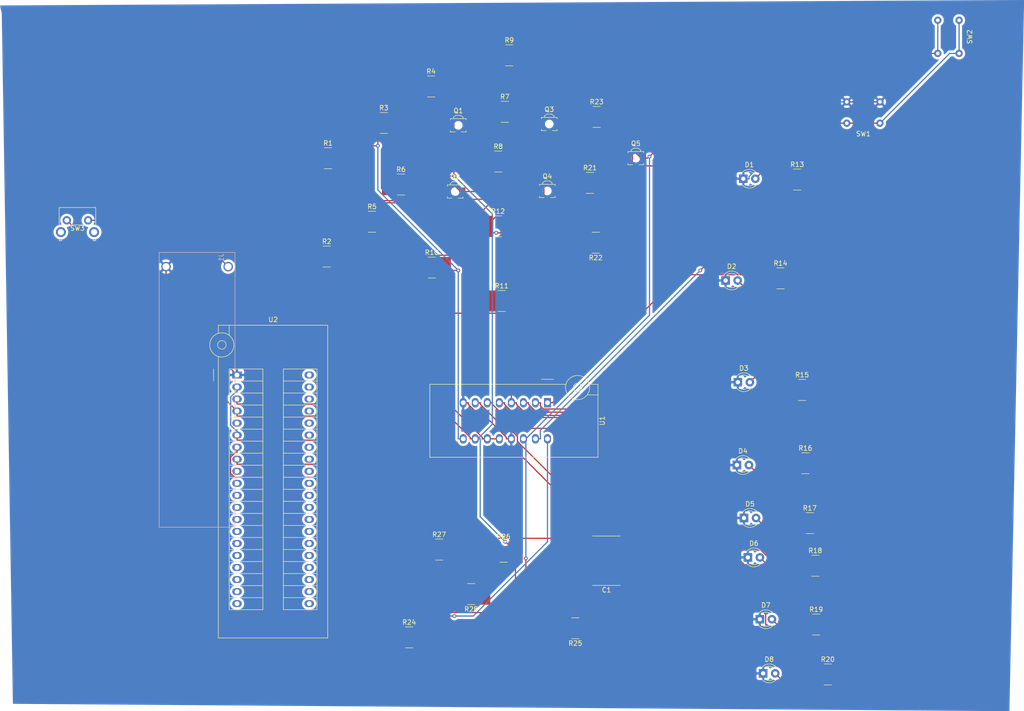
<source format=kicad_pcb>
(kicad_pcb (version 20171130) (host pcbnew 5.1.6-c6e7f7d~87~ubuntu18.04.1)
  (layers (0 F.Cu signal) (31 B.Cu signal) (34 B.Paste user) (35 F.Paste user) (36 B.SilkS user) (37 F.SilkS user) (38 B.Mask user) (39 F.Mask user) (44 Edge.Cuts user))
  (net 0 "")
  (net 1 GND)
  (net 2 "Net-(C1-Pad2)")
  (net 3 "Net-(D1-Pad2)")
  (net 4 "Net-(D2-Pad2)")
  (net 5 "Net-(D3-Pad2)")
  (net 6 "Net-(D4-Pad2)")
  (net 7 "Net-(D5-Pad2)")
  (net 8 "Net-(D6-Pad2)")
  (net 9 "Net-(D7-Pad2)")
  (net 10 "Net-(D8-Pad2)")
  (net 11 VCC)
  (net 12 "Net-(Q1-Pad1)")
  (net 13 "Net-(Q1-Pad2)")
  (net 14 "Net-(Q2-Pad2)")
  (net 15 "Net-(Q2-Pad1)")
  (net 16 "Net-(Q3-Pad1)")
  (net 17 "Net-(Q3-Pad2)")
  (net 18 "Net-(Q4-Pad2)")
  (net 19 "Net-(Q4-Pad1)")
  (net 20 "Net-(Q5-Pad1)")
  (net 21 /PULL_HIGH)
  (net 22 /XOR_INPUT_A)
  (net 23 /LED_E)
  (net 24 /LED_A)
  (net 25 /LED_B)
  (net 26 /LED_C)
  (net 27 /LED_D)
  (net 28 /LED_F)
  (net 29 /LED_G)
  (net 30 /LED_H)
  (net 31 "Net-(R24-Pad2)")
  (net 32 "Net-(R26-Pad1)")
  (net 33 "Net-(R27-Pad1)")
  (net 34 /555_OUTPUT)
  (net 35 "Net-(U2-Pad5)")
  (net 36 "Net-(J1-Pad1)")
  (module myfootprint:my_battery_holder (layer B.Cu) (at 66.975 69.425 90)
    (fp_text reference J1 (at 1.91 5.08 90) (layer B.SilkS) (effects (justify mirror)))
    (fp_text value Conn_01x02)
    (pad 2 thru_hole circle (at 0 -6.56 90) (size 2 2) (drill 1.45) (layers *.Cu *.Mask) (net 1 GND))
    (pad 1 thru_hole circle (at 0 6.56 90) (size 2 2) (drill 1.45) (layers *.Cu *.Mask) (net 36 "Net-(J1-Pad1)"))
  )
  (module LED_THT:LED_D3.0mm (layer F.Cu) (at 182.26 50.875)
    (fp_text reference D1 (at 1.27 -2.96) (layer F.SilkS))
    (fp_text value LED)
    (pad 1 thru_hole rect (at 0 0) (size 1.8 1.8) (drill 0.9) (layers *.Cu *.Mask) (net 1 GND))
    (pad 2 thru_hole circle (at 2.54 0) (size 1.8 1.8) (drill 0.9) (layers *.Cu *.Mask) (net 3 "Net-(D1-Pad2)"))
  )
  (module LED_THT:LED_D3.0mm (layer F.Cu) (at 178.525 72.35)
    (fp_text reference D2 (at 1.27 -2.96) (layer F.SilkS))
    (fp_text value LED)
    (pad 2 thru_hole circle (at 2.54 0) (size 1.8 1.8) (drill 0.9) (layers *.Cu *.Mask) (net 4 "Net-(D2-Pad2)"))
    (pad 1 thru_hole rect (at 0 0) (size 1.8 1.8) (drill 0.9) (layers *.Cu *.Mask) (net 1 GND))
  )
  (module LED_THT:LED_D3.0mm (layer F.Cu) (at 181.1 93.825)
    (fp_text reference D3 (at 1.27 -2.96) (layer F.SilkS))
    (fp_text value LED)
    (pad 2 thru_hole circle (at 2.54 0) (size 1.8 1.8) (drill 0.9) (layers *.Cu *.Mask) (net 5 "Net-(D3-Pad2)"))
    (pad 1 thru_hole rect (at 0 0) (size 1.8 1.8) (drill 0.9) (layers *.Cu *.Mask) (net 1 GND))
  )
  (module LED_THT:LED_D3.0mm (layer F.Cu) (at 180.91 111.3)
    (fp_text reference D4 (at 1.27 -2.96) (layer F.SilkS))
    (fp_text value LED)
    (pad 1 thru_hole rect (at 0 0) (size 1.8 1.8) (drill 0.9) (layers *.Cu *.Mask) (net 1 GND))
    (pad 2 thru_hole circle (at 2.54 0) (size 1.8 1.8) (drill 0.9) (layers *.Cu *.Mask) (net 6 "Net-(D4-Pad2)"))
  )
  (module LED_THT:LED_D3.0mm (layer F.Cu) (at 182.4 122.475)
    (fp_text reference D5 (at 1.27 -2.96) (layer F.SilkS))
    (fp_text value LED)
    (pad 2 thru_hole circle (at 2.54 0) (size 1.8 1.8) (drill 0.9) (layers *.Cu *.Mask) (net 7 "Net-(D5-Pad2)"))
    (pad 1 thru_hole rect (at 0 0) (size 1.8 1.8) (drill 0.9) (layers *.Cu *.Mask) (net 1 GND))
  )
  (module LED_THT:LED_D3.0mm (layer F.Cu) (at 183.225 130.8)
    (fp_text reference D6 (at 1.27 -2.96) (layer F.SilkS))
    (fp_text value LED)
    (pad 2 thru_hole circle (at 2.54 0) (size 1.8 1.8) (drill 0.9) (layers *.Cu *.Mask) (net 8 "Net-(D6-Pad2)"))
    (pad 1 thru_hole rect (at 0 0) (size 1.8 1.8) (drill 0.9) (layers *.Cu *.Mask) (net 1 GND))
  )
  (module LED_THT:LED_D3.0mm (layer F.Cu) (at 185.75 143.85)
    (fp_text reference D7 (at 1.27 -2.96) (layer F.SilkS))
    (fp_text value LED)
    (pad 1 thru_hole rect (at 0 0) (size 1.8 1.8) (drill 0.9) (layers *.Cu *.Mask) (net 1 GND))
    (pad 2 thru_hole circle (at 2.54 0) (size 1.8 1.8) (drill 0.9) (layers *.Cu *.Mask) (net 9 "Net-(D7-Pad2)"))
  )
  (module LED_THT:LED_D3.0mm (layer F.Cu) (at 186.45 155.275)
    (fp_text reference D8 (at 1.27 -2.96) (layer F.SilkS))
    (fp_text value LED)
    (pad 1 thru_hole rect (at 0 0) (size 1.8 1.8) (drill 0.9) (layers *.Cu *.Mask) (net 1 GND))
    (pad 2 thru_hole circle (at 2.54 0) (size 1.8 1.8) (drill 0.9) (layers *.Cu *.Mask) (net 10 "Net-(D8-Pad2)"))
  )
  (module Button_Switch_SMD:SW_SPST_B3U-3100P-B (layer F.Cu) (at 122.1 40.425)
    (fp_text reference Q1 (at 0 -3.9) (layer F.SilkS))
    (fp_text value Q_NPN_BCE)
    (pad 1 smd rect (at -1.7 -0.82) (size 0.9 1.7) (layers F.Cu F.Paste F.Mask) (net 12 "Net-(Q1-Pad1)"))
    (pad 2 smd rect (at 1.7 -0.82) (size 0.9 1.7) (layers F.Cu F.Paste F.Mask) (net 13 "Net-(Q1-Pad2)"))
    (pad "" np_thru_hole circle (at 0 -0.82) (size 0.8 0.8) (drill 0.8) (layers *.Cu *.Mask))
    (pad 3 smd rect (at 0 0.82) (size 0.8 1.1) (layers F.Cu F.Paste F.Mask) (net 1 GND))
  )
  (module Button_Switch_SMD:SW_SPST_B3U-3100P-B (layer F.Cu) (at 121.45 54.4)
    (fp_text reference Q2 (at 0 -3.9) (layer F.SilkS))
    (fp_text value Q_NPN_BCE)
    (pad 3 smd rect (at 0 0.82) (size 0.8 1.1) (layers F.Cu F.Paste F.Mask) (net 1 GND))
    (pad "" np_thru_hole circle (at 0 -0.82) (size 0.8 0.8) (drill 0.8) (layers *.Cu *.Mask))
    (pad 2 smd rect (at 1.7 -0.82) (size 0.9 1.7) (layers F.Cu F.Paste F.Mask) (net 14 "Net-(Q2-Pad2)"))
    (pad 1 smd rect (at -1.7 -0.82) (size 0.9 1.7) (layers F.Cu F.Paste F.Mask) (net 15 "Net-(Q2-Pad1)"))
  )
  (module Button_Switch_SMD:SW_SPST_B3U-3100P-B (layer F.Cu) (at 141.3 40.15)
    (fp_text reference Q3 (at 0 -3.9) (layer F.SilkS))
    (fp_text value Q_NPN_BCE)
    (pad 1 smd rect (at -1.7 -0.82) (size 0.9 1.7) (layers F.Cu F.Paste F.Mask) (net 16 "Net-(Q3-Pad1)"))
    (pad 2 smd rect (at 1.7 -0.82) (size 0.9 1.7) (layers F.Cu F.Paste F.Mask) (net 17 "Net-(Q3-Pad2)"))
    (pad "" np_thru_hole circle (at 0 -0.82) (size 0.8 0.8) (drill 0.8) (layers *.Cu *.Mask))
    (pad 3 smd rect (at 0 0.82) (size 0.8 1.1) (layers F.Cu F.Paste F.Mask) (net 1 GND))
  )
  (module Button_Switch_SMD:SW_SPST_B3U-3100P-B (layer F.Cu) (at 140.9 54.275)
    (fp_text reference Q4 (at 0 -3.9) (layer F.SilkS))
    (fp_text value Q_NPN_BCE)
    (pad 3 smd rect (at 0 0.82) (size 0.8 1.1) (layers F.Cu F.Paste F.Mask) (net 1 GND))
    (pad "" np_thru_hole circle (at 0 -0.82) (size 0.8 0.8) (drill 0.8) (layers *.Cu *.Mask))
    (pad 2 smd rect (at 1.7 -0.82) (size 0.9 1.7) (layers F.Cu F.Paste F.Mask) (net 18 "Net-(Q4-Pad2)"))
    (pad 1 smd rect (at -1.7 -0.82) (size 0.9 1.7) (layers F.Cu F.Paste F.Mask) (net 19 "Net-(Q4-Pad1)"))
  )
  (module Button_Switch_SMD:SW_SPST_B3U-3100P-B (layer F.Cu) (at 159.575 47.35)
    (fp_text reference Q5 (at 0 -3.9) (layer F.SilkS))
    (fp_text value Q_NPN_BCE)
    (pad 1 smd rect (at -1.7 -0.82) (size 0.9 1.7) (layers F.Cu F.Paste F.Mask) (net 20 "Net-(Q5-Pad1)"))
    (pad 2 smd rect (at 1.7 -0.82) (size 0.9 1.7) (layers F.Cu F.Paste F.Mask) (net 21 /PULL_HIGH))
    (pad "" np_thru_hole circle (at 0 -0.82) (size 0.8 0.8) (drill 0.8) (layers *.Cu *.Mask))
    (pad 3 smd rect (at 0 0.82) (size 0.8 1.1) (layers F.Cu F.Paste F.Mask) (net 1 GND))
  )
  (module Resistor_SMD:R_2816_7142Metric (layer F.Cu) (at 94.6125 46.55)
    (fp_text reference R1 (at 0 -3.18) (layer F.SilkS))
    (fp_text value 10k)
    (pad 1 smd roundrect (at -2.5125 0) (size 3.025 4.45) (layers F.Cu F.Paste F.Mask) (roundrect_rratio 0.082645) (net 22 /XOR_INPUT_A))
    (pad 2 smd roundrect (at 2.5125 0) (size 3.025 4.45) (layers F.Cu F.Paste F.Mask) (roundrect_rratio 0.082645) (net 1 GND))
  )
  (module Resistor_SMD:R_2816_7142Metric (layer F.Cu) (at 94.3375 67.3)
    (fp_text reference R2 (at 0 -3.18) (layer F.SilkS))
    (fp_text value 10k)
    (pad 2 smd roundrect (at 2.5125 0) (size 3.025 4.45) (layers F.Cu F.Paste F.Mask) (roundrect_rratio 0.082645) (net 1 GND))
    (pad 1 smd roundrect (at -2.5125 0) (size 3.025 4.45) (layers F.Cu F.Paste F.Mask) (roundrect_rratio 0.082645) (net 23 /LED_E))
  )
  (module Resistor_SMD:R_2816_7142Metric (layer F.Cu) (at 106.388 39.1)
    (fp_text reference R3 (at 0 -3.18) (layer F.SilkS))
    (fp_text value 10k)
    (pad 2 smd roundrect (at 2.5125 0) (size 3.025 4.45) (layers F.Cu F.Paste F.Mask) (roundrect_rratio 0.082645) (net 22 /XOR_INPUT_A))
    (pad 1 smd roundrect (at -2.5125 0) (size 3.025 4.45) (layers F.Cu F.Paste F.Mask) (roundrect_rratio 0.082645) (net 12 "Net-(Q1-Pad1)"))
  )
  (module Resistor_SMD:R_2816_7142Metric (layer F.Cu) (at 116.362 31.4)
    (fp_text reference R4 (at 0 -3.18) (layer F.SilkS))
    (fp_text value 4.7k)
    (pad 1 smd roundrect (at -2.5125 0) (size 3.025 4.45) (layers F.Cu F.Paste F.Mask) (roundrect_rratio 0.082645) (net 13 "Net-(Q1-Pad2)"))
    (pad 2 smd roundrect (at 2.5125 0) (size 3.025 4.45) (layers F.Cu F.Paste F.Mask) (roundrect_rratio 0.082645) (net 11 VCC))
  )
  (module Resistor_SMD:R_2816_7142Metric (layer F.Cu) (at 103.9 59.95)
    (fp_text reference R5 (at 0 -3.18) (layer F.SilkS))
    (fp_text value 10k)
    (pad 1 smd roundrect (at -2.5125 0) (size 3.025 4.45) (layers F.Cu F.Paste F.Mask) (roundrect_rratio 0.082645) (net 15 "Net-(Q2-Pad1)"))
    (pad 2 smd roundrect (at 2.5125 0) (size 3.025 4.45) (layers F.Cu F.Paste F.Mask) (roundrect_rratio 0.082645) (net 23 /LED_E))
  )
  (module Resistor_SMD:R_2816_7142Metric (layer F.Cu) (at 110.012 52.1)
    (fp_text reference R6 (at 0 -3.18) (layer F.SilkS))
    (fp_text value 4.7k)
    (pad 2 smd roundrect (at 2.5125 0) (size 3.025 4.45) (layers F.Cu F.Paste F.Mask) (roundrect_rratio 0.082645) (net 11 VCC))
    (pad 1 smd roundrect (at -2.5125 0) (size 3.025 4.45) (layers F.Cu F.Paste F.Mask) (roundrect_rratio 0.082645) (net 14 "Net-(Q2-Pad2)"))
  )
  (module Resistor_SMD:R_2816_7142Metric (layer F.Cu) (at 131.938 36.75)
    (fp_text reference R7 (at 0 -3.18) (layer F.SilkS))
    (fp_text value 10k)
    (pad 1 smd roundrect (at -2.5125 0) (size 3.025 4.45) (layers F.Cu F.Paste F.Mask) (roundrect_rratio 0.082645) (net 16 "Net-(Q3-Pad1)"))
    (pad 2 smd roundrect (at 2.5125 0) (size 3.025 4.45) (layers F.Cu F.Paste F.Mask) (roundrect_rratio 0.082645) (net 13 "Net-(Q1-Pad2)"))
  )
  (module Resistor_SMD:R_2816_7142Metric (layer F.Cu) (at 130.538 47.25)
    (fp_text reference R8 (at 0 -3.18) (layer F.SilkS))
    (fp_text value 10k)
    (pad 2 smd roundrect (at 2.5125 0) (size 3.025 4.45) (layers F.Cu F.Paste F.Mask) (roundrect_rratio 0.082645) (net 14 "Net-(Q2-Pad2)"))
    (pad 1 smd roundrect (at -2.5125 0) (size 3.025 4.45) (layers F.Cu F.Paste F.Mask) (roundrect_rratio 0.082645) (net 16 "Net-(Q3-Pad1)"))
  )
  (module Resistor_SMD:R_2816_7142Metric (layer F.Cu) (at 132.862 24.825)
    (fp_text reference R9 (at 0 -3.18) (layer F.SilkS))
    (fp_text value 4.7k)
    (pad 2 smd roundrect (at 2.5125 0) (size 3.025 4.45) (layers F.Cu F.Paste F.Mask) (roundrect_rratio 0.082645) (net 11 VCC))
    (pad 1 smd roundrect (at -2.5125 0) (size 3.025 4.45) (layers F.Cu F.Paste F.Mask) (roundrect_rratio 0.082645) (net 17 "Net-(Q3-Pad2)"))
  )
  (module Resistor_SMD:R_2816_7142Metric (layer F.Cu) (at 116.512 69.625)
    (fp_text reference R10 (at 0 -3.18) (layer F.SilkS))
    (fp_text value 10k)
    (pad 2 smd roundrect (at 2.5125 0) (size 3.025 4.45) (layers F.Cu F.Paste F.Mask) (roundrect_rratio 0.082645) (net 22 /XOR_INPUT_A))
    (pad 1 smd roundrect (at -2.5125 0) (size 3.025 4.45) (layers F.Cu F.Paste F.Mask) (roundrect_rratio 0.082645) (net 19 "Net-(Q4-Pad1)"))
  )
  (module Resistor_SMD:R_2816_7142Metric (layer F.Cu) (at 131.262 76.675)
    (fp_text reference R11 (at 0 -3.18) (layer F.SilkS))
    (fp_text value 10k)
    (pad 1 smd roundrect (at -2.5125 0) (size 3.025 4.45) (layers F.Cu F.Paste F.Mask) (roundrect_rratio 0.082645) (net 19 "Net-(Q4-Pad1)"))
    (pad 2 smd roundrect (at 2.5125 0) (size 3.025 4.45) (layers F.Cu F.Paste F.Mask) (roundrect_rratio 0.082645) (net 23 /LED_E))
  )
  (module Resistor_SMD:R_2816_7142Metric (layer F.Cu) (at 130.488 60.925)
    (fp_text reference R12 (at 0 -3.18) (layer F.SilkS))
    (fp_text value 4.7k)
    (pad 1 smd roundrect (at -2.5125 0) (size 3.025 4.45) (layers F.Cu F.Paste F.Mask) (roundrect_rratio 0.082645) (net 18 "Net-(Q4-Pad2)"))
    (pad 2 smd roundrect (at 2.5125 0) (size 3.025 4.45) (layers F.Cu F.Paste F.Mask) (roundrect_rratio 0.082645) (net 11 VCC))
  )
  (module Resistor_SMD:R_2816_7142Metric (layer F.Cu) (at 193.638 51.05)
    (fp_text reference R13 (at 0 -3.18) (layer F.SilkS))
    (fp_text value R)
    (pad 2 smd roundrect (at 2.5125 0) (size 3.025 4.45) (layers F.Cu F.Paste F.Mask) (roundrect_rratio 0.082645) (net 3 "Net-(D1-Pad2)"))
    (pad 1 smd roundrect (at -2.5125 0) (size 3.025 4.45) (layers F.Cu F.Paste F.Mask) (roundrect_rratio 0.082645) (net 24 /LED_A))
  )
  (module Resistor_SMD:R_2816_7142Metric (layer F.Cu) (at 190.112 71.9)
    (fp_text reference R14 (at 0 -3.18) (layer F.SilkS))
    (fp_text value R)
    (pad 1 smd roundrect (at -2.5125 0) (size 3.025 4.45) (layers F.Cu F.Paste F.Mask) (roundrect_rratio 0.082645) (net 25 /LED_B))
    (pad 2 smd roundrect (at 2.5125 0) (size 3.025 4.45) (layers F.Cu F.Paste F.Mask) (roundrect_rratio 0.082645) (net 4 "Net-(D2-Pad2)"))
  )
  (module Resistor_SMD:R_2816_7142Metric (layer F.Cu) (at 194.662 95.45)
    (fp_text reference R15 (at 0 -3.18) (layer F.SilkS))
    (fp_text value R)
    (pad 2 smd roundrect (at 2.5125 0) (size 3.025 4.45) (layers F.Cu F.Paste F.Mask) (roundrect_rratio 0.082645) (net 5 "Net-(D3-Pad2)"))
    (pad 1 smd roundrect (at -2.5125 0) (size 3.025 4.45) (layers F.Cu F.Paste F.Mask) (roundrect_rratio 0.082645) (net 26 /LED_C))
  )
  (module Resistor_SMD:R_2816_7142Metric (layer F.Cu) (at 195.362 110.925)
    (fp_text reference R16 (at 0 -3.18) (layer F.SilkS))
    (fp_text value R)
    (pad 1 smd roundrect (at -2.5125 0) (size 3.025 4.45) (layers F.Cu F.Paste F.Mask) (roundrect_rratio 0.082645) (net 27 /LED_D))
    (pad 2 smd roundrect (at 2.5125 0) (size 3.025 4.45) (layers F.Cu F.Paste F.Mask) (roundrect_rratio 0.082645) (net 6 "Net-(D4-Pad2)"))
  )
  (module Resistor_SMD:R_2816_7142Metric (layer F.Cu) (at 196.288 123.575)
    (fp_text reference R17 (at 0 -3.18) (layer F.SilkS))
    (fp_text value R)
    (pad 2 smd roundrect (at 2.5125 0) (size 3.025 4.45) (layers F.Cu F.Paste F.Mask) (roundrect_rratio 0.082645) (net 7 "Net-(D5-Pad2)"))
    (pad 1 smd roundrect (at -2.5125 0) (size 3.025 4.45) (layers F.Cu F.Paste F.Mask) (roundrect_rratio 0.082645) (net 23 /LED_E))
  )
  (module Resistor_SMD:R_2816_7142Metric (layer F.Cu) (at 197.45 132.55)
    (fp_text reference R18 (at 0 -3.18) (layer F.SilkS))
    (fp_text value R)
    (pad 1 smd roundrect (at -2.5125 0) (size 3.025 4.45) (layers F.Cu F.Paste F.Mask) (roundrect_rratio 0.082645) (net 28 /LED_F))
    (pad 2 smd roundrect (at 2.5125 0) (size 3.025 4.45) (layers F.Cu F.Paste F.Mask) (roundrect_rratio 0.082645) (net 8 "Net-(D6-Pad2)"))
  )
  (module Resistor_SMD:R_2816_7142Metric (layer F.Cu) (at 197.638 144.975)
    (fp_text reference R19 (at 0 -3.18) (layer F.SilkS))
    (fp_text value R)
    (pad 2 smd roundrect (at 2.5125 0) (size 3.025 4.45) (layers F.Cu F.Paste F.Mask) (roundrect_rratio 0.082645) (net 9 "Net-(D7-Pad2)"))
    (pad 1 smd roundrect (at -2.5125 0) (size 3.025 4.45) (layers F.Cu F.Paste F.Mask) (roundrect_rratio 0.082645) (net 29 /LED_G))
  )
  (module Resistor_SMD:R_2816_7142Metric (layer F.Cu) (at 200.088 155.5)
    (fp_text reference R20 (at 0 -3.18) (layer F.SilkS))
    (fp_text value R)
    (pad 1 smd roundrect (at -2.5125 0) (size 3.025 4.45) (layers F.Cu F.Paste F.Mask) (roundrect_rratio 0.082645) (net 30 /LED_H))
    (pad 2 smd roundrect (at 2.5125 0) (size 3.025 4.45) (layers F.Cu F.Paste F.Mask) (roundrect_rratio 0.082645) (net 10 "Net-(D8-Pad2)"))
  )
  (module Resistor_SMD:R_2816_7142Metric (layer F.Cu) (at 149.912 51.75)
    (fp_text reference R21 (at 0 -3.18) (layer F.SilkS))
    (fp_text value 10k)
    (pad 1 smd roundrect (at -2.5125 0) (size 3.025 4.45) (layers F.Cu F.Paste F.Mask) (roundrect_rratio 0.082645) (net 20 "Net-(Q5-Pad1)"))
    (pad 2 smd roundrect (at 2.5125 0) (size 3.025 4.45) (layers F.Cu F.Paste F.Mask) (roundrect_rratio 0.082645) (net 17 "Net-(Q3-Pad2)"))
  )
  (module Resistor_SMD:R_2816_7142Metric (layer F.Cu) (at 151.112 64.375 180)
    (fp_text reference R22 (at 0 -3.18) (layer F.SilkS))
    (fp_text value 10k)
    (pad 1 smd roundrect (at -2.5125 0 180) (size 3.025 4.45) (layers F.Cu F.Paste F.Mask) (roundrect_rratio 0.082645) (net 20 "Net-(Q5-Pad1)"))
    (pad 2 smd roundrect (at 2.5125 0 180) (size 3.025 4.45) (layers F.Cu F.Paste F.Mask) (roundrect_rratio 0.082645) (net 18 "Net-(Q4-Pad2)"))
  )
  (module Resistor_SMD:R_2816_7142Metric (layer F.Cu) (at 151.312 37.825)
    (fp_text reference R23 (at 0 -3.18) (layer F.SilkS))
    (fp_text value 4.7k)
    (pad 2 smd roundrect (at 2.5125 0) (size 3.025 4.45) (layers F.Cu F.Paste F.Mask) (roundrect_rratio 0.082645) (net 11 VCC))
    (pad 1 smd roundrect (at -2.5125 0) (size 3.025 4.45) (layers F.Cu F.Paste F.Mask) (roundrect_rratio 0.082645) (net 21 /PULL_HIGH))
  )
  (module Resistor_SMD:R_2816_7142Metric (layer F.Cu) (at 111.738 147.675)
    (fp_text reference R24 (at 0 -3.18) (layer F.SilkS))
    (fp_text value 470)
    (pad 1 smd roundrect (at -2.5125 0) (size 3.025 4.45) (layers F.Cu F.Paste F.Mask) (roundrect_rratio 0.082645) (net 11 VCC))
    (pad 2 smd roundrect (at 2.5125 0) (size 3.025 4.45) (layers F.Cu F.Paste F.Mask) (roundrect_rratio 0.082645) (net 31 "Net-(R24-Pad2)"))
  )
  (module Resistor_SMD:R_2816_7142Metric (layer F.Cu) (at 146.812 145.75 180)
    (fp_text reference R25 (at 0 -3.18) (layer F.SilkS))
    (fp_text value 10k)
    (pad 2 smd roundrect (at 2.5125 0 180) (size 3.025 4.45) (layers F.Cu F.Paste F.Mask) (roundrect_rratio 0.082645) (net 21 /PULL_HIGH))
    (pad 1 smd roundrect (at -2.5125 0 180) (size 3.025 4.45) (layers F.Cu F.Paste F.Mask) (roundrect_rratio 0.082645) (net 1 GND))
  )
  (module Resistor_SMD:R_2816_7142Metric (layer F.Cu) (at 131.662 129.6)
    (fp_text reference R26 (at 0 -3.18) (layer F.SilkS))
    (fp_text value 470)
    (pad 2 smd roundrect (at 2.5125 0) (size 3.025 4.45) (layers F.Cu F.Paste F.Mask) (roundrect_rratio 0.082645) (net 11 VCC))
    (pad 1 smd roundrect (at -2.5125 0) (size 3.025 4.45) (layers F.Cu F.Paste F.Mask) (roundrect_rratio 0.082645) (net 32 "Net-(R26-Pad1)"))
  )
  (module Resistor_SMD:R_2816_7142Metric (layer F.Cu) (at 118.062 129.15)
    (fp_text reference R27 (at 0 -3.18) (layer F.SilkS))
    (fp_text value 10k)
    (pad 1 smd roundrect (at -2.5125 0) (size 3.025 4.45) (layers F.Cu F.Paste F.Mask) (roundrect_rratio 0.082645) (net 33 "Net-(R27-Pad1)"))
    (pad 2 smd roundrect (at 2.5125 0) (size 3.025 4.45) (layers F.Cu F.Paste F.Mask) (roundrect_rratio 0.082645) (net 2 "Net-(C1-Pad2)"))
  )
  (module Resistor_SMD:R_2816_7142Metric (layer F.Cu) (at 124.838 138.55 180)
    (fp_text reference R28 (at 0 -3.18) (layer F.SilkS))
    (fp_text value 10k)
    (pad 2 smd roundrect (at 2.5125 0 180) (size 3.025 4.45) (layers F.Cu F.Paste F.Mask) (roundrect_rratio 0.082645) (net 33 "Net-(R27-Pad1)"))
    (pad 1 smd roundrect (at -2.5125 0 180) (size 3.025 4.45) (layers F.Cu F.Paste F.Mask) (roundrect_rratio 0.082645) (net 32 "Net-(R26-Pad1)"))
  )
  (module myfootprint:myswitch (layer F.Cu) (at 207.6 36.9)
    (fp_text reference SW1 (at 0 4.5) (layer F.SilkS))
    (fp_text value SW_Push)
    (pad 1 thru_hole circle (at -3.5 -2.25) (size 1.524 1.524) (drill 0.762) (layers *.Cu *.Mask) (net 1 GND))
    (pad 1 thru_hole circle (at 3.5 -2.25) (size 1.524 1.524) (drill 0.762) (layers *.Cu *.Mask) (net 1 GND))
    (pad 2 thru_hole circle (at 3.5 2.25) (size 1.524 1.524) (drill 0.762) (layers *.Cu *.Mask) (net 21 /PULL_HIGH))
    (pad 2 thru_hole circle (at -3.5 2.25) (size 1.524 1.524) (drill 0.762) (layers *.Cu *.Mask) (net 21 /PULL_HIGH))
  )
  (module myfootprint:myswitch (layer F.Cu) (at 225.55 20.925 90)
    (fp_text reference SW2 (at 0 4.5 90) (layer F.SilkS))
    (fp_text value SW_Push)
    (pad 2 thru_hole circle (at -3.5 2.25 90) (size 1.524 1.524) (drill 0.762) (layers *.Cu *.Mask) (net 21 /PULL_HIGH))
    (pad 2 thru_hole circle (at 3.5 2.25 90) (size 1.524 1.524) (drill 0.762) (layers *.Cu *.Mask) (net 21 /PULL_HIGH))
    (pad 1 thru_hole circle (at 3.5 -2.25 90) (size 1.524 1.524) (drill 0.762) (layers *.Cu *.Mask) (net 11 VCC))
    (pad 1 thru_hole circle (at -3.5 -2.25 90) (size 1.524 1.524) (drill 0.762) (layers *.Cu *.Mask) (net 11 VCC))
  )
  (module Socket:DIP_Socket-16_W4.3_W5.08_W7.62_W10.16_W10.9_3M_216-3340-00-0602J (layer F.Cu) (at 140.925 98.15 270)
    (fp_text reference U1 (at 3.81 -11.56 90) (layer F.SilkS))
    (fp_text value my_595_shift)
    (pad 1 thru_hole rect (at 0 0 270) (size 2 1.44) (drill 1) (layers *.Cu *.Mask) (net 25 /LED_B))
    (pad 16 thru_hole oval (at 7.62 0 270) (size 2 1.44) (drill 1) (layers *.Cu *.Mask) (net 31 "Net-(R24-Pad2)"))
    (pad 2 thru_hole oval (at 0 2.54 270) (size 2 1.44) (drill 1) (layers *.Cu *.Mask) (net 26 /LED_C))
    (pad 15 thru_hole oval (at 7.62 2.54 270) (size 2 1.44) (drill 1) (layers *.Cu *.Mask) (net 24 /LED_A))
    (pad 3 thru_hole oval (at 0 5.08 270) (size 2 1.44) (drill 1) (layers *.Cu *.Mask) (net 27 /LED_D))
    (pad 14 thru_hole oval (at 7.62 5.08 270) (size 2 1.44) (drill 1) (layers *.Cu *.Mask) (net 21 /PULL_HIGH))
    (pad 4 thru_hole oval (at 0 7.62 270) (size 2 1.44) (drill 1) (layers *.Cu *.Mask) (net 23 /LED_E))
    (pad 13 thru_hole oval (at 7.62 7.62 270) (size 2 1.44) (drill 1) (layers *.Cu *.Mask) (net 1 GND))
    (pad 5 thru_hole oval (at 0 10.16 270) (size 2 1.44) (drill 1) (layers *.Cu *.Mask) (net 28 /LED_F))
    (pad 12 thru_hole oval (at 7.62 10.16 270) (size 2 1.44) (drill 1) (layers *.Cu *.Mask) (net 34 /555_OUTPUT))
    (pad 6 thru_hole oval (at 0 12.7 270) (size 2 1.44) (drill 1) (layers *.Cu *.Mask) (net 29 /LED_G))
    (pad 11 thru_hole oval (at 7.62 12.7 270) (size 2 1.44) (drill 1) (layers *.Cu *.Mask) (net 34 /555_OUTPUT))
    (pad 7 thru_hole oval (at 0 15.24 270) (size 2 1.44) (drill 1) (layers *.Cu *.Mask) (net 30 /LED_H))
    (pad 10 thru_hole oval (at 7.62 15.24 270) (size 2 1.44) (drill 1) (layers *.Cu *.Mask) (net 11 VCC))
    (pad 8 thru_hole oval (at 0 17.78 270) (size 2 1.44) (drill 1) (layers *.Cu *.Mask) (net 1 GND))
    (pad 9 thru_hole oval (at 7.62 17.78 270) (size 2 1.44) (drill 1) (layers *.Cu *.Mask) (net 22 /XOR_INPUT_A))
  )
  (module Socket:3M_Textool_240-1288-00-0602J_2x20_P2.54mm (layer F.Cu) (at 75.4 92.3)
    (fp_text reference U2 (at 7.62 -11.68) (layer F.SilkS))
    (fp_text value my555)
    (pad 1 thru_hole rect (at 0 0) (size 2 1.44) (drill 1) (layers *.Cu *.Mask) (net 1 GND))
    (pad 21 thru_hole oval (at 15.24 48.26) (size 2 1.44) (drill 1) (layers *.Cu *.Mask))
    (pad 2 thru_hole oval (at 0 2.54) (size 2 1.44) (drill 1) (layers *.Cu *.Mask) (net 2 "Net-(C1-Pad2)"))
    (pad 22 thru_hole oval (at 15.24 45.72) (size 2 1.44) (drill 1) (layers *.Cu *.Mask))
    (pad 3 thru_hole oval (at 0 5.08) (size 2 1.44) (drill 1) (layers *.Cu *.Mask) (net 34 /555_OUTPUT))
    (pad 23 thru_hole oval (at 15.24 43.18) (size 2 1.44) (drill 1) (layers *.Cu *.Mask))
    (pad 4 thru_hole oval (at 0 7.62) (size 2 1.44) (drill 1) (layers *.Cu *.Mask) (net 11 VCC))
    (pad 24 thru_hole oval (at 15.24 40.64) (size 2 1.44) (drill 1) (layers *.Cu *.Mask))
    (pad 5 thru_hole oval (at 0 10.16) (size 2 1.44) (drill 1) (layers *.Cu *.Mask) (net 35 "Net-(U2-Pad5)"))
    (pad 25 thru_hole oval (at 15.24 38.1) (size 2 1.44) (drill 1) (layers *.Cu *.Mask))
    (pad 6 thru_hole oval (at 0 12.7) (size 2 1.44) (drill 1) (layers *.Cu *.Mask) (net 2 "Net-(C1-Pad2)"))
    (pad 26 thru_hole oval (at 15.24 35.56) (size 2 1.44) (drill 1) (layers *.Cu *.Mask))
    (pad 7 thru_hole oval (at 0 15.24) (size 2 1.44) (drill 1) (layers *.Cu *.Mask) (net 33 "Net-(R27-Pad1)"))
    (pad 27 thru_hole oval (at 15.24 33.02) (size 2 1.44) (drill 1) (layers *.Cu *.Mask))
    (pad 8 thru_hole oval (at 0 17.78) (size 2 1.44) (drill 1) (layers *.Cu *.Mask) (net 32 "Net-(R26-Pad1)"))
    (pad 28 thru_hole oval (at 15.24 30.48) (size 2 1.44) (drill 1) (layers *.Cu *.Mask))
    (pad 9 thru_hole oval (at 0 20.32) (size 2 1.44) (drill 1) (layers *.Cu *.Mask))
    (pad 29 thru_hole oval (at 15.24 27.94) (size 2 1.44) (drill 1) (layers *.Cu *.Mask))
    (pad 10 thru_hole oval (at 0 22.86) (size 2 1.44) (drill 1) (layers *.Cu *.Mask))
    (pad 30 thru_hole oval (at 15.24 25.4) (size 2 1.44) (drill 1) (layers *.Cu *.Mask))
    (pad 11 thru_hole oval (at 0 25.4) (size 2 1.44) (drill 1) (layers *.Cu *.Mask))
    (pad 31 thru_hole oval (at 15.24 22.86) (size 2 1.44) (drill 1) (layers *.Cu *.Mask))
    (pad 12 thru_hole oval (at 0 27.94) (size 2 1.44) (drill 1) (layers *.Cu *.Mask))
    (pad 32 thru_hole oval (at 15.24 20.32) (size 2 1.44) (drill 1) (layers *.Cu *.Mask))
    (pad 13 thru_hole oval (at 0 30.48) (size 2 1.44) (drill 1) (layers *.Cu *.Mask))
    (pad 33 thru_hole oval (at 15.24 17.78) (size 2 1.44) (drill 1) (layers *.Cu *.Mask))
    (pad 14 thru_hole oval (at 0 33.02) (size 2 1.44) (drill 1) (layers *.Cu *.Mask))
    (pad 34 thru_hole oval (at 15.24 15.24) (size 2 1.44) (drill 1) (layers *.Cu *.Mask))
    (pad 15 thru_hole oval (at 0 35.56) (size 2 1.44) (drill 1) (layers *.Cu *.Mask))
    (pad 35 thru_hole oval (at 15.24 12.7) (size 2 1.44) (drill 1) (layers *.Cu *.Mask))
    (pad 16 thru_hole oval (at 0 38.1) (size 2 1.44) (drill 1) (layers *.Cu *.Mask))
    (pad 36 thru_hole oval (at 15.24 10.16) (size 2 1.44) (drill 1) (layers *.Cu *.Mask))
    (pad 17 thru_hole oval (at 0 40.64) (size 2 1.44) (drill 1) (layers *.Cu *.Mask))
    (pad 37 thru_hole oval (at 15.24 7.62) (size 2 1.44) (drill 1) (layers *.Cu *.Mask))
    (pad 18 thru_hole oval (at 0 43.18) (size 2 1.44) (drill 1) (layers *.Cu *.Mask))
    (pad 38 thru_hole oval (at 15.24 5.08) (size 2 1.44) (drill 1) (layers *.Cu *.Mask))
    (pad 19 thru_hole oval (at 0 45.72) (size 2 1.44) (drill 1) (layers *.Cu *.Mask))
    (pad 39 thru_hole oval (at 15.24 2.54) (size 2 1.44) (drill 1) (layers *.Cu *.Mask))
    (pad 20 thru_hole oval (at 0 48.26) (size 2 1.44) (drill 1) (layers *.Cu *.Mask))
    (pad 40 thru_hole oval (at 15.24 0) (size 2 1.44) (drill 1) (layers *.Cu *.Mask))
  )
  (module Capacitor_SMD:C_3640_9110Metric_Pad2.10x10.45mm_HandSolder (layer F.Cu) (at 153.375 131.5 180)
    (fp_text reference C1 (at 0 -6.18) (layer F.SilkS))
    (fp_text value 22uF)
    (pad 1 smd roundrect (at -4.175 0 180) (size 2.1 10.45) (layers F.Cu F.Paste F.Mask) (roundrect_rratio 0.119048) (net 1 GND))
    (pad 2 smd roundrect (at 4.175 0 180) (size 2.1 10.45) (layers F.Cu F.Paste F.Mask) (roundrect_rratio 0.119048) (net 2 "Net-(C1-Pad2)"))
  )
  (module Button_Switch_THT:SW_Tactile_SPST_Angled_PTS645Vx83-2LFS (layer F.Cu) (at 39.475 59.65)
    (fp_text reference SW3 (at 2.25 1.68) (layer F.SilkS))
    (fp_text value SW_Push)
    (pad "" thru_hole circle (at 5.76 2.49) (size 2.1 2.1) (drill 1.3) (layers *.Cu *.Mask))
    (pad 2 thru_hole circle (at 4.5 0) (size 1.75 1.75) (drill 0.99) (layers *.Cu *.Mask) (net 36 "Net-(J1-Pad1)"))
    (pad 1 thru_hole circle (at 0 0) (size 1.75 1.75) (drill 0.99) (layers *.Cu *.Mask) (net 11 VCC))
    (pad "" thru_hole circle (at -1.25 2.49) (size 2.1 2.1) (drill 1.3) (layers *.Cu *.Mask))
  )
  (segment (start 159.575 48.17) (end 158.8497 48.17) (width 0.25) (layer F.Cu) (net 1))
  (segment (start 158.8497 48.17) (end 158.8497 45.7196) (width 0.25) (layer F.Cu) (net 1))
  (segment (start 158.8497 45.7196) (end 158.4847 45.3546) (width 0.25) (layer F.Cu) (net 1))
  (segment (start 158.4847 45.3546) (end 157.2727 45.3546) (width 0.25) (layer F.Cu) (net 1))
  (segment (start 157.2727 45.3546) (end 154.8272 47.8001) (width 0.25) (layer F.Cu) (net 1))
  (segment (start 154.8272 47.8001) (end 154.8272 53.4006) (width 0.25) (layer F.Cu) (net 1))
  (segment (start 154.8272 53.4006) (end 153.9211 54.3067) (width 0.25) (layer F.Cu) (net 1))
  (segment (start 153.9211 54.3067) (end 150.8833 54.3067) (width 0.25) (layer F.Cu) (net 1))
  (segment (start 150.8833 54.3067) (end 149.2931 52.7165) (width 0.25) (layer F.Cu) (net 1))
  (segment (start 149.2931 52.7165) (end 149.2931 49.5508) (width 0.25) (layer F.Cu) (net 1))
  (segment (start 149.2931 49.5508) (end 148.9078 49.1655) (width 0.25) (layer F.Cu) (net 1))
  (segment (start 148.9078 49.1655) (end 143.6246 49.1655) (width 0.25) (layer F.Cu) (net 1))
  (segment (start 143.6246 49.1655) (end 140.1747 52.6154) (width 0.25) (layer F.Cu) (net 1))
  (segment (start 181.0347 50.875) (end 178.3297 48.17) (width 0.25) (layer F.Cu) (net 1))
  (segment (start 178.3297 48.17) (end 159.575 48.17) (width 0.25) (layer F.Cu) (net 1))
  (segment (start 140.1747 52.6154) (end 140.1747 55.095) (width 0.25) (layer F.Cu) (net 1))
  (segment (start 134.9318 49.4467) (end 137.006 49.4467) (width 0.25) (layer F.Cu) (net 1))
  (segment (start 137.006 49.4467) (end 140.1747 52.6154) (width 0.25) (layer F.Cu) (net 1))
  (segment (start 134.9318 49.4467) (end 132.0989 52.2796) (width 0.25) (layer F.Cu) (net 1))
  (segment (start 132.0989 52.2796) (end 130.5004 52.2796) (width 0.25) (layer F.Cu) (net 1))
  (segment (start 130.5004 52.2796) (end 127.56 55.22) (width 0.25) (layer F.Cu) (net 1))
  (segment (start 127.56 55.22) (end 121.45 55.22) (width 0.25) (layer F.Cu) (net 1))
  (segment (start 134.9318 45.0271) (end 134.9318 49.4467) (width 0.25) (layer F.Cu) (net 1))
  (segment (start 140.9 55.095) (end 140.1747 55.095) (width 0.25) (layer F.Cu) (net 1))
  (segment (start 122.1 41.245) (end 122.1 45.3846) (width 0.25) (layer F.Cu) (net 1))
  (segment (start 122.1 45.3846) (end 126.5307 49.8153) (width 0.25) (layer F.Cu) (net 1))
  (segment (start 126.5307 49.8153) (end 129.553 49.8153) (width 0.25) (layer F.Cu) (net 1))
  (segment (start 129.553 49.8153) (end 129.9192 49.4491) (width 0.25) (layer F.Cu) (net 1))
  (segment (start 129.9192 49.4491) (end 129.9192 46.3301) (width 0.25) (layer F.Cu) (net 1))
  (segment (start 129.9192 46.3301) (end 131.5701 44.6792) (width 0.25) (layer F.Cu) (net 1))
  (segment (start 131.5701 44.6792) (end 134.5839 44.6792) (width 0.25) (layer F.Cu) (net 1))
  (segment (start 134.5839 44.6792) (end 134.9318 45.0271) (width 0.25) (layer F.Cu) (net 1))
  (segment (start 134.9318 45.0271) (end 138.9889 40.97) (width 0.25) (layer F.Cu) (net 1))
  (segment (start 138.9889 40.97) (end 140.5747 40.97) (width 0.25) (layer F.Cu) (net 1))
  (segment (start 180.91 111.3) (end 180.91 110.0747) (width 0.25) (layer B.Cu) (net 1))
  (segment (start 180.91 110.0747) (end 181.1 109.8847) (width 0.25) (layer B.Cu) (net 1))
  (segment (start 181.1 109.8847) (end 181.1 93.825) (width 0.25) (layer B.Cu) (net 1))
  (segment (start 182.4 121.2497) (end 180.91 119.7597) (width 0.25) (layer B.Cu) (net 1))
  (segment (start 180.91 119.7597) (end 180.91 111.3) (width 0.25) (layer B.Cu) (net 1))
  (segment (start 157.55 143.85) (end 151.2245 143.85) (width 0.25) (layer F.Cu) (net 1))
  (segment (start 151.2245 143.85) (end 149.3245 145.75) (width 0.25) (layer F.Cu) (net 1))
  (segment (start 185.75 143.85) (end 157.55 143.85) (width 0.25) (layer F.Cu) (net 1))
  (segment (start 157.55 131.5) (end 157.55 143.85) (width 0.25) (layer F.Cu) (net 1))
  (segment (start 157.55 131.5) (end 133.305 107.255) (width 0.25) (layer F.Cu) (net 1))
  (segment (start 133.305 107.255) (end 133.305 105.77) (width 0.25) (layer F.Cu) (net 1))
  (segment (start 133.305 105.77) (end 132.2597 105.77) (width 0.25) (layer F.Cu) (net 1))
  (segment (start 132.2597 105.77) (end 132.2597 105.476) (width 0.25) (layer F.Cu) (net 1))
  (segment (start 132.2597 105.476) (end 127.59 100.8063) (width 0.25) (layer F.Cu) (net 1))
  (segment (start 127.59 100.8063) (end 126.5526 100.8063) (width 0.25) (layer F.Cu) (net 1))
  (segment (start 126.5526 100.8063) (end 124.1903 98.444) (width 0.25) (layer F.Cu) (net 1))
  (segment (start 124.1903 98.444) (end 124.1903 98.15) (width 0.25) (layer F.Cu) (net 1))
  (segment (start 123.145 98.15) (end 124.1903 98.15) (width 0.25) (layer F.Cu) (net 1))
  (segment (start 97.125 62.518) (end 97.125 63.4962) (width 0.25) (layer F.Cu) (net 1))
  (segment (start 97.125 63.4962) (end 96.85 63.7712) (width 0.25) (layer F.Cu) (net 1))
  (segment (start 97.125 46.55) (end 97.125 62.518) (width 0.25) (layer F.Cu) (net 1))
  (segment (start 97.125 62.518) (end 102.9239 62.518) (width 0.25) (layer F.Cu) (net 1))
  (segment (start 102.9239 62.518) (end 104.519 60.9229) (width 0.25) (layer F.Cu) (net 1))
  (segment (start 104.519 60.9229) (end 104.519 57.7805) (width 0.25) (layer F.Cu) (net 1))
  (segment (start 104.519 57.7805) (end 106.3542 55.9453) (width 0.25) (layer F.Cu) (net 1))
  (segment (start 106.3542 55.9453) (end 119.9994 55.9453) (width 0.25) (layer F.Cu) (net 1))
  (segment (start 119.9994 55.9453) (end 120.7247 55.22) (width 0.25) (layer F.Cu) (net 1))
  (segment (start 121.45 55.22) (end 120.7247 55.22) (width 0.25) (layer F.Cu) (net 1))
  (segment (start 141.3 40.97) (end 140.5747 40.97) (width 0.25) (layer F.Cu) (net 1))
  (segment (start 96.85 63.7712) (end 96.85 67.3) (width 0.25) (layer F.Cu) (net 1))
  (segment (start 75.4 63.7712) (end 96.85 63.7712) (width 0.25) (layer F.Cu) (net 1))
  (segment (start 75.4 63.7712) (end 75.4 92.3) (width 0.25) (layer F.Cu) (net 1))
  (segment (start 183.225 130.8) (end 183.225 132.0253) (width 0.25) (layer B.Cu) (net 1))
  (segment (start 185.75 143.85) (end 185.75 134.5503) (width 0.25) (layer B.Cu) (net 1))
  (segment (start 185.75 134.5503) (end 183.225 132.0253) (width 0.25) (layer B.Cu) (net 1))
  (segment (start 186.45 154.0497) (end 185.75 153.3497) (width 0.25) (layer B.Cu) (net 1))
  (segment (start 185.75 153.3497) (end 185.75 143.85) (width 0.25) (layer B.Cu) (net 1))
  (segment (start 182.26 50.875) (end 182.26 52.1003) (width 0.25) (layer B.Cu) (net 1))
  (segment (start 178.525 72.35) (end 178.525 55.8353) (width 0.25) (layer B.Cu) (net 1))
  (segment (start 178.525 55.8353) (end 182.26 52.1003) (width 0.25) (layer B.Cu) (net 1))
  (segment (start 181.1 92.5997) (end 178.525 90.0247) (width 0.25) (layer B.Cu) (net 1))
  (segment (start 178.525 90.0247) (end 178.525 72.35) (width 0.25) (layer B.Cu) (net 1))
  (segment (start 186.45 155.275) (end 186.45 154.0497) (width 0.25) (layer B.Cu) (net 1))
  (segment (start 181.1 93.825) (end 181.1 92.5997) (width 0.25) (layer B.Cu) (net 1))
  (segment (start 182.4 122.475) (end 182.4 121.2497) (width 0.25) (layer B.Cu) (net 1))
  (segment (start 183.225 129.5747) (end 182.4 128.7497) (width 0.25) (layer B.Cu) (net 1))
  (segment (start 182.4 128.7497) (end 182.4 122.475) (width 0.25) (layer B.Cu) (net 1))
  (segment (start 183.225 130.8) (end 183.225 129.5747) (width 0.25) (layer B.Cu) (net 1))
  (segment (start 182.26 50.875) (end 181.0347 50.875) (width 0.25) (layer F.Cu) (net 1))
  (segment (start 182.26 50.875) (end 183.4853 50.875) (width 0.25) (layer B.Cu) (net 1))
  (segment (start 204.1 34.65) (end 199.2508 34.65) (width 0.25) (layer B.Cu) (net 1))
  (segment (start 199.2508 34.65) (end 183.4853 50.4155) (width 0.25) (layer B.Cu) (net 1))
  (segment (start 183.4853 50.4155) (end 183.4853 50.875) (width 0.25) (layer B.Cu) (net 1))
  (segment (start 211.1 34.65) (end 204.1 34.65) (width 0.25) (layer F.Cu) (net 1))
  (segment (start 60.415 77.315) (end 75.4 92.3) (width 0.25) (layer F.Cu) (net 1))
  (segment (start 60.415 69.425) (end 60.415 77.315) (width 0.25) (layer F.Cu) (net 1))
  (segment (start 149.2 131.5) (end 144.4733 126.7733) (width 0.25) (layer F.Cu) (net 2))
  (segment (start 144.4733 126.7733) (end 122.9512 126.7733) (width 0.25) (layer F.Cu) (net 2))
  (segment (start 122.9512 126.7733) (end 120.5745 129.15) (width 0.25) (layer F.Cu) (net 2))
  (segment (start 120.5745 129.15) (end 97.4698 106.0453) (width 0.25) (layer F.Cu) (net 2))
  (segment (start 97.4698 106.0453) (end 75.4 106.0453) (width 0.25) (layer F.Cu) (net 2))
  (segment (start 75.4 105) (end 75.4 106.0453) (width 0.25) (layer F.Cu) (net 2))
  (segment (start 75.4 94.84) (end 75.4 95.8853) (width 0.25) (layer B.Cu) (net 2))
  (segment (start 75.4 105) (end 75.4 103.9547) (width 0.25) (layer B.Cu) (net 2))
  (segment (start 75.4 103.9547) (end 75.106 103.9547) (width 0.25) (layer B.Cu) (net 2))
  (segment (start 75.106 103.9547) (end 74.068 102.9167) (width 0.25) (layer B.Cu) (net 2))
  (segment (start 74.068 102.9167) (end 74.068 96.9233) (width 0.25) (layer B.Cu) (net 2))
  (segment (start 74.068 96.9233) (end 75.106 95.8853) (width 0.25) (layer B.Cu) (net 2))
  (segment (start 75.106 95.8853) (end 75.4 95.8853) (width 0.25) (layer B.Cu) (net 2))
  (segment (start 196.1505 51.05) (end 193.5559 48.4554) (width 0.25) (layer F.Cu) (net 3))
  (segment (start 193.5559 48.4554) (end 187.2196 48.4554) (width 0.25) (layer F.Cu) (net 3))
  (segment (start 187.2196 48.4554) (end 184.8 50.875) (width 0.25) (layer F.Cu) (net 3))
  (segment (start 192.6245 71.9) (end 190.0327 74.4918) (width 0.25) (layer F.Cu) (net 4))
  (segment (start 190.0327 74.4918) (end 183.2068 74.4918) (width 0.25) (layer F.Cu) (net 4))
  (segment (start 183.2068 74.4918) (end 181.065 72.35) (width 0.25) (layer F.Cu) (net 4))
  (segment (start 197.1745 95.45) (end 194.6186 92.8941) (width 0.25) (layer F.Cu) (net 5))
  (segment (start 194.6186 92.8941) (end 184.5709 92.8941) (width 0.25) (layer F.Cu) (net 5))
  (segment (start 184.5709 92.8941) (end 183.64 93.825) (width 0.25) (layer F.Cu) (net 5))
  (segment (start 197.8745 110.925) (end 195.2542 113.5453) (width 0.25) (layer F.Cu) (net 6))
  (segment (start 195.2542 113.5453) (end 185.6953 113.5453) (width 0.25) (layer F.Cu) (net 6))
  (segment (start 185.6953 113.5453) (end 183.45 111.3) (width 0.25) (layer F.Cu) (net 6))
  (segment (start 198.8005 123.575) (end 196.2446 126.1309) (width 0.25) (layer F.Cu) (net 7))
  (segment (start 196.2446 126.1309) (end 188.5959 126.1309) (width 0.25) (layer F.Cu) (net 7))
  (segment (start 188.5959 126.1309) (end 184.94 122.475) (width 0.25) (layer F.Cu) (net 7))
  (segment (start 199.9625 132.55) (end 197.3929 135.1196) (width 0.25) (layer F.Cu) (net 8))
  (segment (start 197.3929 135.1196) (end 190.0846 135.1196) (width 0.25) (layer F.Cu) (net 8))
  (segment (start 190.0846 135.1196) (end 185.765 130.8) (width 0.25) (layer F.Cu) (net 8))
  (segment (start 200.1505 144.975) (end 197.5686 147.5569) (width 0.25) (layer F.Cu) (net 9))
  (segment (start 197.5686 147.5569) (end 191.9969 147.5569) (width 0.25) (layer F.Cu) (net 9))
  (segment (start 191.9969 147.5569) (end 188.29 143.85) (width 0.25) (layer F.Cu) (net 9))
  (segment (start 202.6005 155.5) (end 200.0202 158.0803) (width 0.25) (layer F.Cu) (net 10))
  (segment (start 200.0202 158.0803) (end 191.7953 158.0803) (width 0.25) (layer F.Cu) (net 10))
  (segment (start 191.7953 158.0803) (end 188.99 155.275) (width 0.25) (layer F.Cu) (net 10))
  (segment (start 129.287 62.2771) (end 129.287 58.3069) (width 0.25) (layer B.Cu) (net 11))
  (segment (start 129.287 58.3069) (end 121.2906 50.3105) (width 0.25) (layer B.Cu) (net 11))
  (segment (start 126.2077 105.77) (end 129.287 102.6907) (width 0.25) (layer B.Cu) (net 11))
  (segment (start 129.287 102.6907) (end 129.287 62.2771) (width 0.25) (layer B.Cu) (net 11))
  (segment (start 130.0965 62.2771) (end 129.287 62.2771) (width 0.25) (layer B.Cu) (net 11))
  (segment (start 121.1877 50.3105) (end 114.314 50.3105) (width 0.25) (layer F.Cu) (net 11))
  (segment (start 114.314 50.3105) (end 112.5245 52.1) (width 0.25) (layer F.Cu) (net 11))
  (segment (start 118.8745 31.4) (end 116.2977 28.8232) (width 0.25) (layer F.Cu) (net 11))
  (segment (start 116.2977 28.8232) (end 112.2991 28.8232) (width 0.25) (layer F.Cu) (net 11))
  (segment (start 112.2991 28.8232) (end 112.0091 29.1132) (width 0.25) (layer F.Cu) (net 11))
  (segment (start 112.0091 29.1132) (end 112.0091 33.6187) (width 0.25) (layer F.Cu) (net 11))
  (segment (start 112.0091 33.6187) (end 113.301 34.9106) (width 0.25) (layer F.Cu) (net 11))
  (segment (start 113.301 34.9106) (end 116.7232 34.9106) (width 0.25) (layer F.Cu) (net 11))
  (segment (start 116.7232 34.9106) (end 120.2422 38.4296) (width 0.25) (layer F.Cu) (net 11))
  (segment (start 120.2422 38.4296) (end 120.9855 38.4296) (width 0.25) (layer F.Cu) (net 11))
  (segment (start 120.9855 38.4296) (end 121.1877 38.6318) (width 0.25) (layer F.Cu) (net 11))
  (segment (start 121.1877 38.6318) (end 121.1877 50.3105) (width 0.25) (layer F.Cu) (net 11))
  (segment (start 121.2906 50.3105) (end 121.1877 50.3105) (width 0.25) (layer F.Cu) (net 11))
  (segment (start 118.8745 31.4) (end 128.0091 22.2654) (width 0.25) (layer F.Cu) (net 11))
  (segment (start 128.0091 22.2654) (end 132.8149 22.2654) (width 0.25) (layer F.Cu) (net 11))
  (segment (start 132.8149 22.2654) (end 135.3745 24.825) (width 0.25) (layer F.Cu) (net 11))
  (segment (start 134.1745 129.6) (end 134.1745 135.8033) (width 0.25) (layer F.Cu) (net 11))
  (segment (start 134.1745 135.8033) (end 127.5325 142.4453) (width 0.25) (layer F.Cu) (net 11))
  (segment (start 127.5325 142.4453) (end 114.4552 142.4453) (width 0.25) (layer F.Cu) (net 11))
  (segment (start 114.4552 142.4453) (end 109.2255 147.675) (width 0.25) (layer F.Cu) (net 11))
  (segment (start 75.4 99.92) (end 75.4 100.9653) (width 0.25) (layer F.Cu) (net 11))
  (segment (start 125.685 105.77) (end 124.6397 105.77) (width 0.25) (layer F.Cu) (net 11))
  (segment (start 124.6397 105.77) (end 124.6397 105.476) (width 0.25) (layer F.Cu) (net 11))
  (segment (start 124.6397 105.476) (end 120.129 100.9653) (width 0.25) (layer F.Cu) (net 11))
  (segment (start 120.129 100.9653) (end 75.4 100.9653) (width 0.25) (layer F.Cu) (net 11))
  (segment (start 126.2077 105.77) (end 126.7303 105.77) (width 0.25) (layer B.Cu) (net 11))
  (segment (start 132.0193 127.4993) (end 126.7303 122.2103) (width 0.25) (layer B.Cu) (net 11))
  (segment (start 126.7303 122.2103) (end 126.7303 105.77) (width 0.25) (layer B.Cu) (net 11))
  (segment (start 132.0193 127.4993) (end 132.0738 127.4993) (width 0.25) (layer F.Cu) (net 11))
  (segment (start 132.0738 127.4993) (end 134.1745 129.6) (width 0.25) (layer F.Cu) (net 11))
  (segment (start 223.3 24.425) (end 167.2245 24.425) (width 0.25) (layer F.Cu) (net 11))
  (segment (start 167.2245 24.425) (end 153.8245 37.825) (width 0.25) (layer F.Cu) (net 11))
  (segment (start 135.3745 24.825) (end 140.8245 24.825) (width 0.25) (layer F.Cu) (net 11))
  (segment (start 140.8245 24.825) (end 153.8245 37.825) (width 0.25) (layer F.Cu) (net 11))
  (segment (start 125.685 105.77) (end 126.2077 105.77) (width 0.25) (layer B.Cu) (net 11))
  (segment (start 133.0005 60.925) (end 131.6484 62.2771) (width 0.25) (layer F.Cu) (net 11))
  (segment (start 131.6484 62.2771) (end 130.0965 62.2771) (width 0.25) (layer F.Cu) (net 11))
  (segment (start 223.3 24.425) (end 223.3 17.425) (width 0.25) (layer B.Cu) (net 11))
  (via (at 121.2906 50.3105) (size 0.8) (layers F.Cu B.Cu) (net 11))
  (via (at 132.0193 127.4993) (size 0.8) (layers F.Cu B.Cu) (net 11))
  (via (at 130.0965 62.2771) (size 0.8) (layers F.Cu B.Cu) (net 11))
  (segment (start 58.315 78.49) (end 58.315 82.835) (width 0.25) (layer F.Cu) (net 11))
  (segment (start 39.475 59.65) (end 58.315 78.49) (width 0.25) (layer F.Cu) (net 11))
  (segment (start 75.4 99.92) (end 58.315 82.835) (width 0.25) (layer F.Cu) (net 11))
  (segment (start 58.315 82.835) (end 58.25 82.77) (width 0.25) (layer F.Cu) (net 11))
  (segment (start 120.4 39.605) (end 119.6247 39.605) (width 0.25) (layer F.Cu) (net 12))
  (segment (start 103.8755 39.1) (end 106.4308 36.5447) (width 0.25) (layer F.Cu) (net 12))
  (segment (start 106.4308 36.5447) (end 116.5644 36.5447) (width 0.25) (layer F.Cu) (net 12))
  (segment (start 116.5644 36.5447) (end 119.6247 39.605) (width 0.25) (layer F.Cu) (net 12))
  (segment (start 123.8 38.3132) (end 123.8 39.605) (width 0.25) (layer F.Cu) (net 13))
  (segment (start 134.4505 36.75) (end 131.8869 34.1864) (width 0.25) (layer F.Cu) (net 13))
  (segment (start 131.8869 34.1864) (end 127.9268 34.1864) (width 0.25) (layer F.Cu) (net 13))
  (segment (start 127.9268 34.1864) (end 123.8 38.3132) (width 0.25) (layer F.Cu) (net 13))
  (segment (start 113.8495 31.4) (end 119.5811 37.1316) (width 0.25) (layer F.Cu) (net 13))
  (segment (start 119.5811 37.1316) (end 122.6184 37.1316) (width 0.25) (layer F.Cu) (net 13))
  (segment (start 122.6184 37.1316) (end 123.8 38.3132) (width 0.25) (layer F.Cu) (net 13))
  (segment (start 107.4995 52.1) (end 110.0508 54.6513) (width 0.25) (layer F.Cu) (net 14))
  (segment (start 110.0508 54.6513) (end 114.8767 54.6513) (width 0.25) (layer F.Cu) (net 14))
  (segment (start 114.8767 54.6513) (end 117.1455 52.3825) (width 0.25) (layer F.Cu) (net 14))
  (segment (start 117.1455 52.3825) (end 121.371 52.3825) (width 0.25) (layer F.Cu) (net 14))
  (segment (start 121.371 52.3825) (end 122.3747 53.3862) (width 0.25) (layer F.Cu) (net 14))
  (segment (start 122.3747 53.3862) (end 122.3747 53.58) (width 0.25) (layer F.Cu) (net 14))
  (segment (start 123.15 53.58) (end 126.7205 53.58) (width 0.25) (layer F.Cu) (net 14))
  (segment (start 126.7205 53.58) (end 133.0505 47.25) (width 0.25) (layer F.Cu) (net 14))
  (segment (start 123.15 53.58) (end 122.3747 53.58) (width 0.25) (layer F.Cu) (net 14))
  (segment (start 119.75 53.58) (end 118.9747 53.58) (width 0.25) (layer F.Cu) (net 15))
  (segment (start 101.3875 59.95) (end 105.8426 55.4949) (width 0.25) (layer F.Cu) (net 15))
  (segment (start 105.8426 55.4949) (end 117.0598 55.4949) (width 0.25) (layer F.Cu) (net 15))
  (segment (start 117.0598 55.4949) (end 118.9747 53.58) (width 0.25) (layer F.Cu) (net 15))
  (segment (start 139.6 39.33) (end 138.8247 39.33) (width 0.25) (layer F.Cu) (net 16))
  (segment (start 132.2564 39.5809) (end 138.5738 39.5809) (width 0.25) (layer F.Cu) (net 16))
  (segment (start 138.5738 39.5809) (end 138.8247 39.33) (width 0.25) (layer F.Cu) (net 16))
  (segment (start 129.4255 36.75) (end 132.2564 39.5809) (width 0.25) (layer F.Cu) (net 16))
  (segment (start 128.0255 47.25) (end 132.2564 43.0191) (width 0.25) (layer F.Cu) (net 16))
  (segment (start 132.2564 43.0191) (end 132.2564 39.5809) (width 0.25) (layer F.Cu) (net 16))
  (segment (start 143 39.33) (end 143.7753 39.33) (width 0.25) (layer F.Cu) (net 17))
  (segment (start 143.7753 39.33) (end 143.7753 43.1008) (width 0.25) (layer F.Cu) (net 17))
  (segment (start 143.7753 43.1008) (end 152.4245 51.75) (width 0.25) (layer F.Cu) (net 17))
  (segment (start 130.3495 24.825) (end 143 37.4755) (width 0.25) (layer F.Cu) (net 17))
  (segment (start 143 37.4755) (end 143 39.33) (width 0.25) (layer F.Cu) (net 17))
  (segment (start 142.6 58.3171) (end 142.6 53.455) (width 0.25) (layer F.Cu) (net 18))
  (segment (start 148.5995 64.375) (end 142.6 58.3755) (width 0.25) (layer F.Cu) (net 18))
  (segment (start 142.6 58.3755) (end 142.6 58.3171) (width 0.25) (layer F.Cu) (net 18))
  (segment (start 127.9755 60.925) (end 130.5834 58.3171) (width 0.25) (layer F.Cu) (net 18))
  (segment (start 130.5834 58.3171) (end 142.6 58.3171) (width 0.25) (layer F.Cu) (net 18))
  (segment (start 123.0355 67.028) (end 123.0355 70.961) (width 0.25) (layer F.Cu) (net 19))
  (segment (start 123.0355 70.961) (end 128.7495 76.675) (width 0.25) (layer F.Cu) (net 19))
  (segment (start 139.2 53.455) (end 131.3768 53.455) (width 0.25) (layer F.Cu) (net 19))
  (segment (start 131.3768 53.455) (end 123.0355 61.7963) (width 0.25) (layer F.Cu) (net 19))
  (segment (start 123.0355 61.7963) (end 123.0355 67.028) (width 0.25) (layer F.Cu) (net 19))
  (segment (start 113.9995 69.625) (end 116.5965 67.028) (width 0.25) (layer F.Cu) (net 19))
  (segment (start 116.5965 67.028) (end 123.0355 67.028) (width 0.25) (layer F.Cu) (net 19))
  (segment (start 153.6245 54.7628) (end 154.1343 54.7628) (width 0.25) (layer F.Cu) (net 20))
  (segment (start 154.1343 54.7628) (end 157.875 51.0221) (width 0.25) (layer F.Cu) (net 20))
  (segment (start 157.875 51.0221) (end 157.875 46.53) (width 0.25) (layer F.Cu) (net 20))
  (segment (start 147.3995 51.75) (end 150.4123 54.7628) (width 0.25) (layer F.Cu) (net 20))
  (segment (start 150.4123 54.7628) (end 153.6245 54.7628) (width 0.25) (layer F.Cu) (net 20))
  (segment (start 153.6245 64.375) (end 153.6245 54.7628) (width 0.25) (layer F.Cu) (net 20))
  (segment (start 160.4997 46.53) (end 160.4997 46.3362) (width 0.25) (layer F.Cu) (net 21))
  (segment (start 160.4997 46.3362) (end 157.8136 43.6501) (width 0.25) (layer F.Cu) (net 21))
  (segment (start 157.8136 43.6501) (end 154.6246 43.6501) (width 0.25) (layer F.Cu) (net 21))
  (segment (start 154.6246 43.6501) (end 148.7995 37.825) (width 0.25) (layer F.Cu) (net 21))
  (segment (start 204.1 39.15) (end 169.5277 39.15) (width 0.25) (layer F.Cu) (net 21))
  (segment (start 169.5277 39.15) (end 162.4611 46.2166) (width 0.25) (layer F.Cu) (net 21))
  (segment (start 211.1 39.15) (end 204.1 39.15) (width 0.25) (layer F.Cu) (net 21))
  (segment (start 161.275 46.53) (end 162.0503 46.53) (width 0.25) (layer F.Cu) (net 21))
  (segment (start 162.4611 46.2166) (end 162.3637 46.2166) (width 0.25) (layer F.Cu) (net 21))
  (segment (start 162.3637 46.2166) (end 162.0503 46.53) (width 0.25) (layer F.Cu) (net 21))
  (segment (start 136.3677 105.77) (end 162.4611 79.6766) (width 0.25) (layer B.Cu) (net 21))
  (segment (start 162.4611 79.6766) (end 162.4611 46.2166) (width 0.25) (layer B.Cu) (net 21))
  (segment (start 136.3677 131.0082) (end 136.3677 105.77) (width 0.25) (layer B.Cu) (net 21))
  (segment (start 161.275 46.53) (end 160.4997 46.53) (width 0.25) (layer F.Cu) (net 21))
  (segment (start 144.2995 145.75) (end 136.3677 137.8182) (width 0.25) (layer F.Cu) (net 21))
  (segment (start 136.3677 137.8182) (end 136.3677 131.0082) (width 0.25) (layer F.Cu) (net 21))
  (segment (start 135.845 105.77) (end 136.3677 105.77) (width 0.25) (layer B.Cu) (net 21))
  (segment (start 227.8 24.425) (end 225.825 24.425) (width 0.25) (layer B.Cu) (net 21))
  (segment (start 225.825 24.425) (end 211.1 39.15) (width 0.25) (layer B.Cu) (net 21))
  (segment (start 227.8 17.425) (end 227.8 24.425) (width 0.25) (layer B.Cu) (net 21))
  (via (at 162.4611 46.2166) (size 0.8) (layers F.Cu B.Cu) (net 21))
  (via (at 136.3677 131.0082) (size 0.8) (layers F.Cu B.Cu) (net 21))
  (segment (start 122.0997 70.2277) (end 105.1219 53.2499) (width 0.25) (layer B.Cu) (net 22))
  (segment (start 105.1219 53.2499) (end 105.1219 43.9313) (width 0.25) (layer B.Cu) (net 22))
  (segment (start 122.0997 105.77) (end 122.0997 70.2277) (width 0.25) (layer B.Cu) (net 22))
  (segment (start 105.1219 43.9313) (end 105.1219 42.8786) (width 0.25) (layer F.Cu) (net 22))
  (segment (start 105.1219 42.8786) (end 108.9005 39.1) (width 0.25) (layer F.Cu) (net 22))
  (segment (start 92.1 46.55) (end 94.7187 43.9313) (width 0.25) (layer F.Cu) (net 22))
  (segment (start 94.7187 43.9313) (end 105.1219 43.9313) (width 0.25) (layer F.Cu) (net 22))
  (segment (start 119.0245 69.625) (end 119.6272 70.2277) (width 0.25) (layer F.Cu) (net 22))
  (segment (start 119.6272 70.2277) (end 122.0997 70.2277) (width 0.25) (layer F.Cu) (net 22))
  (segment (start 123.145 105.77) (end 122.0997 105.77) (width 0.25) (layer B.Cu) (net 22))
  (via (at 105.1219 43.9313) (size 0.8) (layers F.Cu B.Cu) (net 22))
  (via (at 122.0997 70.2277) (size 0.8) (layers F.Cu B.Cu) (net 22))
  (segment (start 134.3503 98.15) (end 134.3503 98.444) (width 0.25) (layer F.Cu) (net 23))
  (segment (start 134.3503 98.444) (end 136.7325 100.8262) (width 0.25) (layer F.Cu) (net 23))
  (segment (start 136.7325 100.8262) (end 165.875 100.8262) (width 0.25) (layer F.Cu) (net 23))
  (segment (start 165.875 100.8262) (end 188.6238 123.575) (width 0.25) (layer F.Cu) (net 23))
  (segment (start 188.6238 123.575) (end 193.7755 123.575) (width 0.25) (layer F.Cu) (net 23))
  (segment (start 133.305 79.2563) (end 119.5512 79.2563) (width 0.25) (layer F.Cu) (net 23))
  (segment (start 119.5512 79.2563) (end 106.4125 66.1176) (width 0.25) (layer F.Cu) (net 23))
  (segment (start 106.4125 66.1176) (end 106.4125 59.95) (width 0.25) (layer F.Cu) (net 23))
  (segment (start 106.4125 66.1176) (end 102.6642 69.8659) (width 0.25) (layer F.Cu) (net 23))
  (segment (start 102.6642 69.8659) (end 94.3909 69.8659) (width 0.25) (layer F.Cu) (net 23))
  (segment (start 94.3909 69.8659) (end 91.825 67.3) (width 0.25) (layer F.Cu) (net 23))
  (segment (start 133.305 79.2563) (end 133.305 77.1445) (width 0.25) (layer F.Cu) (net 23))
  (segment (start 133.305 77.1445) (end 133.7745 76.675) (width 0.25) (layer F.Cu) (net 23))
  (segment (start 133.305 98.15) (end 133.305 79.2563) (width 0.25) (layer F.Cu) (net 23))
  (segment (start 133.305 98.15) (end 134.3503 98.15) (width 0.25) (layer F.Cu) (net 23))
  (segment (start 138.385 105.77) (end 139.4303 105.77) (width 0.25) (layer B.Cu) (net 24))
  (segment (start 173.1749 70.2277) (end 191.1255 52.2771) (width 0.25) (layer F.Cu) (net 24))
  (segment (start 191.1255 52.2771) (end 191.1255 51.05) (width 0.25) (layer F.Cu) (net 24))
  (segment (start 139.4303 105.77) (end 139.4303 103.9723) (width 0.25) (layer B.Cu) (net 24))
  (segment (start 139.4303 103.9723) (end 173.1749 70.2277) (width 0.25) (layer B.Cu) (net 24))
  (via (at 173.1749 70.2277) (size 0.8) (layers F.Cu B.Cu) (net 24))
  (segment (start 140.925 98.15) (end 141.9703 98.15) (width 0.25) (layer F.Cu) (net 25))
  (segment (start 141.9703 98.15) (end 168.9957 71.1246) (width 0.25) (layer F.Cu) (net 25))
  (segment (start 168.9957 71.1246) (end 186.8241 71.1246) (width 0.25) (layer F.Cu) (net 25))
  (segment (start 186.8241 71.1246) (end 187.5995 71.9) (width 0.25) (layer F.Cu) (net 25))
  (segment (start 138.385 98.15) (end 139.4303 98.15) (width 0.25) (layer F.Cu) (net 26))
  (segment (start 192.1495 95.45) (end 188.1242 99.4753) (width 0.25) (layer F.Cu) (net 26))
  (segment (start 188.1242 99.4753) (end 140.0702 99.4753) (width 0.25) (layer F.Cu) (net 26))
  (segment (start 140.0702 99.4753) (end 139.4303 98.8354) (width 0.25) (layer F.Cu) (net 26))
  (segment (start 139.4303 98.8354) (end 139.4303 98.15) (width 0.25) (layer F.Cu) (net 26))
  (segment (start 135.845 98.15) (end 136.8903 98.15) (width 0.25) (layer F.Cu) (net 27))
  (segment (start 192.8495 110.925) (end 182.0753 100.1508) (width 0.25) (layer F.Cu) (net 27))
  (segment (start 182.0753 100.1508) (end 138.5971 100.1508) (width 0.25) (layer F.Cu) (net 27))
  (segment (start 138.5971 100.1508) (end 136.8903 98.444) (width 0.25) (layer F.Cu) (net 27))
  (segment (start 136.8903 98.444) (end 136.8903 98.15) (width 0.25) (layer F.Cu) (net 27))
  (segment (start 131.8103 98.15) (end 131.8103 98.444) (width 0.25) (layer F.Cu) (net 28))
  (segment (start 131.8103 98.444) (end 134.6428 101.2765) (width 0.25) (layer F.Cu) (net 28))
  (segment (start 134.6428 101.2765) (end 157.9745 101.2765) (width 0.25) (layer F.Cu) (net 28))
  (segment (start 157.9745 101.2765) (end 189.248 132.55) (width 0.25) (layer F.Cu) (net 28))
  (segment (start 189.248 132.55) (end 194.9375 132.55) (width 0.25) (layer F.Cu) (net 28))
  (segment (start 130.765 98.15) (end 131.8103 98.15) (width 0.25) (layer F.Cu) (net 28))
  (segment (start 129.2703 98.15) (end 129.2703 98.444) (width 0.25) (layer F.Cu) (net 29))
  (segment (start 129.2703 98.444) (end 134.3851 103.5588) (width 0.25) (layer F.Cu) (net 29))
  (segment (start 134.3851 103.5588) (end 153.7093 103.5588) (width 0.25) (layer F.Cu) (net 29))
  (segment (start 153.7093 103.5588) (end 195.1255 144.975) (width 0.25) (layer F.Cu) (net 29))
  (segment (start 128.225 98.15) (end 129.2703 98.15) (width 0.25) (layer F.Cu) (net 29))
  (segment (start 125.685 98.15) (end 126.7303 98.15) (width 0.25) (layer F.Cu) (net 30))
  (segment (start 126.7303 98.15) (end 126.7303 98.444) (width 0.25) (layer F.Cu) (net 30))
  (segment (start 126.7303 98.444) (end 130.087 101.8007) (width 0.25) (layer F.Cu) (net 30))
  (segment (start 130.087 101.8007) (end 131.1025 101.8007) (width 0.25) (layer F.Cu) (net 30))
  (segment (start 131.1025 101.8007) (end 134.575 105.2732) (width 0.25) (layer F.Cu) (net 30))
  (segment (start 134.575 105.2732) (end 134.575 106.2982) (width 0.25) (layer F.Cu) (net 30))
  (segment (start 134.575 106.2982) (end 150.167 121.8902) (width 0.25) (layer F.Cu) (net 30))
  (segment (start 150.167 121.8902) (end 166.053 121.8902) (width 0.25) (layer F.Cu) (net 30))
  (segment (start 166.053 121.8902) (end 186.9754 142.8126) (width 0.25) (layer F.Cu) (net 30))
  (segment (start 186.9754 142.8126) (end 186.9754 144.8999) (width 0.25) (layer F.Cu) (net 30))
  (segment (start 186.9754 144.8999) (end 197.5755 155.5) (width 0.25) (layer F.Cu) (net 30))
  (segment (start 121.2906 143.1706) (end 118.7549 143.1706) (width 0.25) (layer F.Cu) (net 31))
  (segment (start 118.7549 143.1706) (end 114.2505 147.675) (width 0.25) (layer F.Cu) (net 31))
  (segment (start 140.925 105.77) (end 140.925 127.5098) (width 0.25) (layer B.Cu) (net 31))
  (segment (start 140.925 127.5098) (end 125.2642 143.1706) (width 0.25) (layer B.Cu) (net 31))
  (segment (start 125.2642 143.1706) (end 121.2906 143.1706) (width 0.25) (layer B.Cu) (net 31))
  (via (at 121.2906 143.1706) (size 0.8) (layers F.Cu B.Cu) (net 31))
  (segment (start 127.0239 131.7256) (end 129.1495 129.6) (width 0.25) (layer F.Cu) (net 32))
  (segment (start 75.4 111.1253) (end 101.5928 111.1253) (width 0.25) (layer F.Cu) (net 32))
  (segment (start 101.5928 111.1253) (end 118.062 127.5945) (width 0.25) (layer F.Cu) (net 32))
  (segment (start 118.062 127.5945) (end 118.062 130.7508) (width 0.25) (layer F.Cu) (net 32))
  (segment (start 118.062 130.7508) (end 119.0368 131.7256) (width 0.25) (layer F.Cu) (net 32))
  (segment (start 119.0368 131.7256) (end 127.0239 131.7256) (width 0.25) (layer F.Cu) (net 32))
  (segment (start 127.3505 138.55) (end 127.0239 138.2234) (width 0.25) (layer F.Cu) (net 32))
  (segment (start 127.0239 138.2234) (end 127.0239 131.7256) (width 0.25) (layer F.Cu) (net 32))
  (segment (start 75.4 110.08) (end 75.4 111.1253) (width 0.25) (layer F.Cu) (net 32))
  (segment (start 115.5495 129.15) (end 122.3255 135.926) (width 0.25) (layer F.Cu) (net 33))
  (segment (start 122.3255 135.926) (end 122.3255 138.55) (width 0.25) (layer F.Cu) (net 33))
  (segment (start 75.4 108.5853) (end 75.106 108.5853) (width 0.25) (layer F.Cu) (net 33))
  (segment (start 75.106 108.5853) (end 74.042 109.6493) (width 0.25) (layer F.Cu) (net 33))
  (segment (start 74.042 109.6493) (end 74.042 113.0283) (width 0.25) (layer F.Cu) (net 33))
  (segment (start 74.042 113.0283) (end 74.9037 113.89) (width 0.25) (layer F.Cu) (net 33))
  (segment (start 74.9037 113.89) (end 100.2895 113.89) (width 0.25) (layer F.Cu) (net 33))
  (segment (start 100.2895 113.89) (end 115.5495 129.15) (width 0.25) (layer F.Cu) (net 33))
  (segment (start 75.4 107.54) (end 75.4 108.5853) (width 0.25) (layer F.Cu) (net 33))
  (segment (start 128.225 105.77) (end 127.1797 105.77) (width 0.25) (layer F.Cu) (net 34))
  (segment (start 75.4 97.38) (end 75.4 98.4253) (width 0.25) (layer F.Cu) (net 34))
  (segment (start 75.4 98.4253) (end 120.129 98.4253) (width 0.25) (layer F.Cu) (net 34))
  (segment (start 120.129 98.4253) (end 127.1797 105.476) (width 0.25) (layer F.Cu) (net 34))
  (segment (start 127.1797 105.476) (end 127.1797 105.77) (width 0.25) (layer F.Cu) (net 34))
  (segment (start 128.225 105.77) (end 130.765 105.77) (width 0.25) (layer F.Cu) (net 34))
  (segment (start 63.76 59.65) (end 73.535 69.425) (width 0.25) (layer F.Cu) (net 36))
  (segment (start 43.975 59.65) (end 63.76 59.65) (width 0.25) (layer F.Cu) (net 36))
  (zone (net 1) (net_name GND) (layer B.Cu) (connect_pads (clearance 0.508)) (min_thickness 0.254) (fill yes (arc_segments 32) (thermal_gap 0.508) (thermal_bridge_width 0.508))
    (polygon (pts (xy 238.425 163.25) (xy 28.1 161.7) (xy 25.75 16.025) (xy 25.375 14.3) (xy 241.525 13.15)))
  )
)
</source>
